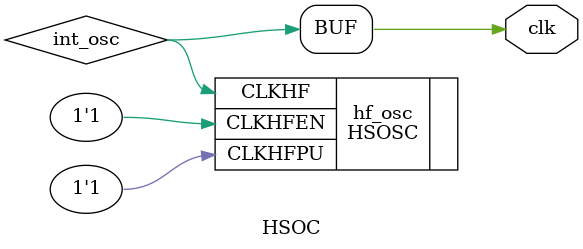
<source format=sv>
module HSOC(
	output 	clk
);

	logic int_osc;
	
	
	
	// Internal high-speed oscillator
	HSOSC hf_osc (.CLKHFPU(1'b1), .CLKHFEN(1'b1), .CLKHF(int_osc));
	
	assign clk = int_osc;
	

endmodule
</source>
